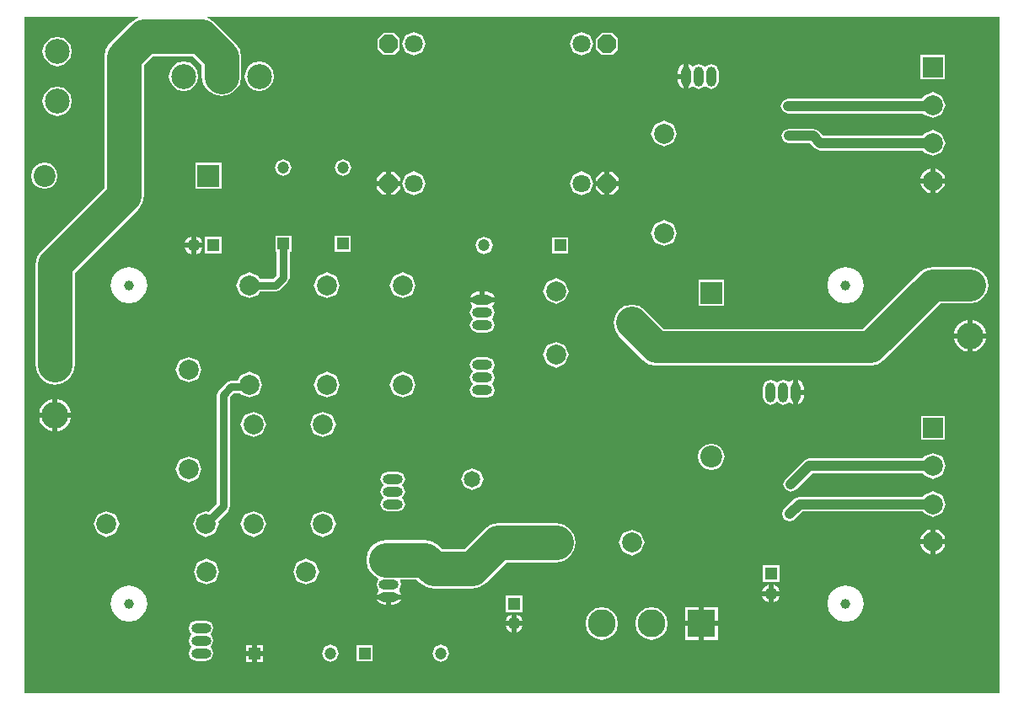
<source format=gbl>
G04*
G04 #@! TF.GenerationSoftware,Altium Limited,Altium Designer,20.0.11 (256)*
G04*
G04 Layer_Physical_Order=2*
G04 Layer_Color=16711680*
%FSLAX25Y25*%
%MOIN*%
G70*
G01*
G75*
%ADD27C,0.08661*%
%ADD28R,0.08661X0.08661*%
%ADD29R,0.08661X0.08661*%
%ADD39C,0.04724*%
%ADD40R,0.04724X0.04724*%
%ADD44R,0.04724X0.04724*%
%ADD49C,0.13780*%
%ADD50C,0.03150*%
%ADD51C,0.03937*%
%ADD52O,0.03937X0.07874*%
%ADD53O,0.03937X0.07874*%
%ADD54O,0.07874X0.03937*%
%ADD55O,0.07874X0.03937*%
%ADD56C,0.07900*%
%ADD57R,0.06496X0.06496*%
%ADD58C,0.06496*%
%ADD59C,0.07874*%
%ADD60R,0.07874X0.07874*%
%ADD61C,0.09843*%
%ADD62P,0.11506X8X292.5*%
%ADD63C,0.10630*%
%ADD64R,0.11024X0.11024*%
%ADD65C,0.11024*%
%ADD66C,0.05118*%
%ADD67R,0.05118X0.05118*%
%ADD68P,0.07671X8X202.5*%
%ADD69C,0.07087*%
%ADD70R,0.05118X0.05118*%
%ADD71C,0.03937*%
%ADD72C,0.02362*%
%ADD73C,0.12598*%
G36*
X389764Y3937D02*
X3937D01*
X3937Y271654D01*
X48985D01*
X49034Y271153D01*
X48379Y271023D01*
X45835Y269323D01*
X37763Y261252D01*
X36064Y258708D01*
X35467Y255708D01*
Y204035D01*
X10499Y179068D01*
X8800Y176524D01*
X8203Y173524D01*
Y133858D01*
X8800Y130858D01*
X10499Y128314D01*
X13043Y126615D01*
X16043Y126018D01*
X19044Y126615D01*
X21587Y128314D01*
X23287Y130858D01*
X23884Y133858D01*
Y170276D01*
X48851Y195243D01*
X50551Y197787D01*
X51148Y200787D01*
Y252460D01*
X54627Y255939D01*
X70570D01*
X74049Y252460D01*
Y248031D01*
X74646Y245031D01*
X76346Y242488D01*
X78889Y240788D01*
X81890Y240191D01*
X84890Y240788D01*
X87434Y242488D01*
X89133Y245031D01*
X89730Y248031D01*
Y255708D01*
X89730Y255708D01*
X89133Y258708D01*
X87434Y261252D01*
X79362Y269323D01*
X76818Y271023D01*
X76163Y271153D01*
X76212Y271654D01*
X389764D01*
Y3937D01*
D02*
G37*
%LPC*%
G36*
X236581Y265170D02*
X232238D01*
X230066Y262998D01*
Y258655D01*
X232238Y256484D01*
X236581D01*
X238753Y258655D01*
Y262998D01*
X236581Y265170D01*
D02*
G37*
G36*
X150164D02*
X145820D01*
X143649Y262998D01*
Y258655D01*
X145820Y256484D01*
X150164D01*
X152335Y258655D01*
Y262998D01*
X150164Y265170D01*
D02*
G37*
G36*
X224410Y265528D02*
X221085Y264151D01*
X219708Y260827D01*
X221085Y257503D01*
X224410Y256126D01*
X227734Y257503D01*
X229111Y260827D01*
X227734Y264151D01*
X224410Y265528D01*
D02*
G37*
G36*
X157992D02*
X154668Y264151D01*
X153291Y260827D01*
X154668Y257503D01*
X157992Y256126D01*
X161316Y257503D01*
X162693Y260827D01*
X161316Y264151D01*
X157992Y265528D01*
D02*
G37*
G36*
X16929Y263707D02*
X14697Y263263D01*
X12804Y261999D01*
X11540Y260106D01*
X11096Y257874D01*
X11540Y255642D01*
X12804Y253749D01*
X14697Y252485D01*
X16929Y252041D01*
X19162Y252485D01*
X21054Y253749D01*
X22319Y255642D01*
X22762Y257874D01*
X22319Y260106D01*
X21054Y261999D01*
X19162Y263263D01*
X16929Y263707D01*
D02*
G37*
G36*
X275591Y252997D02*
X273472Y252119D01*
X273341Y251802D01*
X272841D01*
X272709Y252119D01*
X270591Y252997D01*
X268472Y252119D01*
X268449Y252064D01*
X267949D01*
X267863Y252272D01*
X266591Y252799D01*
Y248031D01*
Y243264D01*
X267863Y243791D01*
X267949Y243999D01*
X268449D01*
X268472Y243944D01*
X270591Y243066D01*
X272709Y243944D01*
X272841Y244261D01*
X273341D01*
X273472Y243944D01*
X275591Y243066D01*
X277710Y243944D01*
X278587Y246063D01*
Y250000D01*
X277710Y252119D01*
X275591Y252997D01*
D02*
G37*
G36*
X264591Y252799D02*
X263319Y252272D01*
X262378Y250000D01*
Y249031D01*
X264591D01*
Y252799D01*
D02*
G37*
G36*
X367926Y256430D02*
X358452D01*
Y246956D01*
X367926D01*
Y256430D01*
D02*
G37*
G36*
X264591Y247031D02*
X262378D01*
Y246063D01*
X263319Y243791D01*
X264591Y243264D01*
Y247031D01*
D02*
G37*
G36*
X96850Y253865D02*
X94618Y253421D01*
X92726Y252156D01*
X91461Y250264D01*
X91017Y248031D01*
X91461Y245799D01*
X92726Y243907D01*
X94618Y242642D01*
X96850Y242198D01*
X99083Y242642D01*
X100975Y243907D01*
X102240Y245799D01*
X102684Y248031D01*
X102240Y250264D01*
X100975Y252156D01*
X99083Y253421D01*
X96850Y253865D01*
D02*
G37*
G36*
X66929D02*
X64697Y253421D01*
X62804Y252156D01*
X61540Y250264D01*
X61096Y248031D01*
X61540Y245799D01*
X62804Y243907D01*
X64697Y242642D01*
X66929Y242198D01*
X69161Y242642D01*
X71054Y243907D01*
X72318Y245799D01*
X72763Y248031D01*
X72318Y250264D01*
X71054Y252156D01*
X69161Y253421D01*
X66929Y253865D01*
D02*
G37*
G36*
X16929Y244022D02*
X14697Y243578D01*
X12804Y242314D01*
X11540Y240421D01*
X11096Y238189D01*
X11540Y235957D01*
X12804Y234064D01*
X14697Y232800D01*
X16929Y232356D01*
X19162Y232800D01*
X21054Y234064D01*
X22319Y235957D01*
X22762Y238189D01*
X22319Y240421D01*
X21054Y242314D01*
X19162Y243578D01*
X16929Y244022D01*
D02*
G37*
G36*
X363129Y241823D02*
X359504Y240321D01*
X359047Y239217D01*
X306102Y239217D01*
X303983Y238339D01*
X303106Y236221D01*
X303983Y234102D01*
X306102Y233224D01*
X359440Y233224D01*
X359504Y233070D01*
X363129Y231569D01*
X366755Y233070D01*
X368257Y236696D01*
X366755Y240321D01*
X363129Y241823D01*
D02*
G37*
G36*
X256890Y230521D02*
X253264Y229019D01*
X251763Y225394D01*
X253264Y221768D01*
X256890Y220266D01*
X260515Y221768D01*
X262017Y225394D01*
X260515Y229019D01*
X256890Y230521D01*
D02*
G37*
G36*
X315945Y227406D02*
X315945Y227406D01*
X306452D01*
X304333Y226528D01*
X303455Y224410D01*
X304333Y222290D01*
X306452Y221413D01*
X314704D01*
X316618Y219498D01*
X318737Y218621D01*
X318737Y218621D01*
X359243D01*
X359504Y217992D01*
X363129Y216490D01*
X366755Y217992D01*
X368257Y221617D01*
X366755Y225243D01*
X363129Y226745D01*
X359504Y225243D01*
X359243Y224614D01*
X319978D01*
X318064Y226528D01*
X315945Y227406D01*
D02*
G37*
G36*
X129921Y215285D02*
X127501Y214282D01*
X126498Y211862D01*
X127501Y209442D01*
X129921Y208439D01*
X132342Y209442D01*
X133344Y211862D01*
X132342Y214282D01*
X129921Y215285D01*
D02*
G37*
G36*
X106299D02*
X103879Y214282D01*
X102876Y211862D01*
X103879Y209442D01*
X106299Y208439D01*
X108720Y209442D01*
X109722Y211862D01*
X108720Y214282D01*
X106299Y215285D01*
D02*
G37*
G36*
X364189Y211528D02*
Y207693D01*
X368024D01*
X367840Y208619D01*
X366748Y210252D01*
X365115Y211344D01*
X364189Y211528D01*
D02*
G37*
G36*
X362189D02*
X361263Y211344D01*
X359630Y210252D01*
X358538Y208619D01*
X358354Y207693D01*
X362189D01*
Y211528D01*
D02*
G37*
G36*
X236681Y210252D02*
X235409D01*
Y206709D01*
X238953D01*
Y207980D01*
X236681Y210252D01*
D02*
G37*
G36*
X150264D02*
X148992D01*
Y206709D01*
X152535D01*
Y207980D01*
X150264Y210252D01*
D02*
G37*
G36*
X146992D02*
X145721D01*
X143449Y207980D01*
Y206709D01*
X146992D01*
Y210252D01*
D02*
G37*
G36*
X233410D02*
X232138D01*
X229866Y207980D01*
Y206709D01*
X233410D01*
Y210252D01*
D02*
G37*
G36*
X81887Y213792D02*
X71625D01*
Y203531D01*
X81887D01*
Y213792D01*
D02*
G37*
G36*
X11811Y213893D02*
X9809Y213494D01*
X8112Y212361D01*
X6978Y210663D01*
X6580Y208661D01*
X6978Y206660D01*
X8112Y204962D01*
X9809Y203828D01*
X11811Y203430D01*
X13813Y203828D01*
X15510Y204962D01*
X16644Y206660D01*
X17042Y208661D01*
X16644Y210663D01*
X15510Y212361D01*
X13813Y213494D01*
X11811Y213893D01*
D02*
G37*
G36*
X368024Y205693D02*
X364189D01*
Y201858D01*
X365115Y202042D01*
X366748Y203134D01*
X367840Y204767D01*
X368024Y205693D01*
D02*
G37*
G36*
X362189D02*
X358354D01*
X358538Y204767D01*
X359630Y203134D01*
X361263Y202042D01*
X362189Y201858D01*
Y205693D01*
D02*
G37*
G36*
X238953Y204709D02*
X235409D01*
Y201165D01*
X236681D01*
X238953Y203437D01*
Y204709D01*
D02*
G37*
G36*
X233410D02*
X229866D01*
Y203437D01*
X232138Y201165D01*
X233410D01*
Y204709D01*
D02*
G37*
G36*
X152535D02*
X148992D01*
Y201165D01*
X150264D01*
X152535Y203437D01*
Y204709D01*
D02*
G37*
G36*
X146992D02*
X143449D01*
Y203437D01*
X145721Y201165D01*
X146992D01*
Y204709D01*
D02*
G37*
G36*
X224410Y210410D02*
X221085Y209033D01*
X219708Y205709D01*
X221085Y202384D01*
X224410Y201008D01*
X227734Y202384D01*
X229111Y205709D01*
X227734Y209033D01*
X224410Y210410D01*
D02*
G37*
G36*
X157992D02*
X154668Y209033D01*
X153291Y205709D01*
X154668Y202384D01*
X157992Y201008D01*
X161316Y202384D01*
X162693Y205709D01*
X161316Y209033D01*
X157992Y210410D01*
D02*
G37*
G36*
X71866Y184540D02*
Y182102D01*
X74304D01*
X73590Y183826D01*
X71866Y184540D01*
D02*
G37*
G36*
X69866D02*
X68142Y183826D01*
X67428Y182102D01*
X69866D01*
Y184540D01*
D02*
G37*
G36*
X256890Y191151D02*
X253264Y189649D01*
X251763Y186024D01*
X253264Y182398D01*
X256890Y180896D01*
X260515Y182398D01*
X262017Y186024D01*
X260515Y189649D01*
X256890Y191151D01*
D02*
G37*
G36*
X133083Y185001D02*
X126759D01*
Y178676D01*
X133083D01*
Y185001D01*
D02*
G37*
G36*
X218961Y184265D02*
X212637D01*
Y177940D01*
X218961D01*
Y184265D01*
D02*
G37*
G36*
X82099Y184461D02*
X75381D01*
Y177743D01*
X82099D01*
Y184461D01*
D02*
G37*
G36*
X185776Y184525D02*
X183355Y183523D01*
X182353Y181102D01*
X183355Y178682D01*
X185776Y177680D01*
X188196Y178682D01*
X189198Y181102D01*
X188196Y183523D01*
X185776Y184525D01*
D02*
G37*
G36*
X74304Y180102D02*
X71866D01*
Y177664D01*
X73590Y178378D01*
X74304Y180102D01*
D02*
G37*
G36*
X69866D02*
X67428D01*
X68142Y178378D01*
X69866Y177664D01*
Y180102D01*
D02*
G37*
G36*
X109461Y185001D02*
X103137D01*
Y178676D01*
X103729D01*
Y169372D01*
X102282Y167925D01*
X96946D01*
X96509Y168980D01*
X92883Y170482D01*
X89258Y168980D01*
X87756Y165354D01*
X89258Y161729D01*
X92883Y160227D01*
X96509Y161729D01*
X96946Y162784D01*
X103346D01*
X105164Y163537D01*
X108117Y166490D01*
X108870Y168307D01*
Y178676D01*
X109461D01*
Y185001D01*
D02*
G37*
G36*
X187008Y162819D02*
X186039D01*
Y160606D01*
X189807D01*
X189280Y161878D01*
X187008Y162819D01*
D02*
G37*
G36*
X184039D02*
X183071D01*
X180799Y161878D01*
X180272Y160606D01*
X184039D01*
Y162819D01*
D02*
G37*
G36*
X123581Y170482D02*
X119955Y168980D01*
X118453Y165354D01*
X119955Y161729D01*
X123581Y160227D01*
X127206Y161729D01*
X128708Y165354D01*
X127206Y168980D01*
X123581Y170482D01*
D02*
G37*
G36*
X153543Y170482D02*
X149918Y168980D01*
X148416Y165354D01*
X149918Y161729D01*
X153543Y160227D01*
X157169Y161729D01*
X158671Y165354D01*
X157169Y168980D01*
X153543Y170482D01*
D02*
G37*
G36*
X328740Y172593D02*
X325970Y172042D01*
X323622Y170473D01*
X322053Y168124D01*
X321502Y165354D01*
X322053Y162584D01*
X323622Y160236D01*
X325970Y158667D01*
X328740Y158116D01*
X331510Y158667D01*
X333858Y160236D01*
X335427Y162584D01*
X335979Y165354D01*
X335427Y168124D01*
X333858Y170473D01*
X331510Y172042D01*
X328740Y172593D01*
D02*
G37*
G36*
X45276D02*
X42506Y172042D01*
X40157Y170473D01*
X38588Y168124D01*
X38037Y165354D01*
X38588Y162584D01*
X40157Y160236D01*
X42506Y158667D01*
X45276Y158116D01*
X48046Y158667D01*
X50394Y160236D01*
X51963Y162584D01*
X52514Y165354D01*
X51963Y168124D01*
X50394Y170473D01*
X48046Y172042D01*
X45276Y172593D01*
D02*
G37*
G36*
X214148Y168197D02*
X210512Y166692D01*
X209006Y163056D01*
X210512Y159421D01*
X214148Y157915D01*
X217783Y159421D01*
X219289Y163056D01*
X217783Y166692D01*
X214148Y168197D01*
D02*
G37*
G36*
X280720Y167509D02*
X270458D01*
Y157248D01*
X280720D01*
Y167509D01*
D02*
G37*
G36*
X377953Y172593D02*
X363189D01*
X360419Y172042D01*
X358071Y170473D01*
X335584Y147986D01*
X256855D01*
X249266Y155576D01*
X246918Y157145D01*
X244148Y157696D01*
X241378Y157145D01*
X239029Y155576D01*
X237460Y153228D01*
X236909Y150458D01*
X237460Y147688D01*
X239029Y145339D01*
X248739Y135630D01*
X251087Y134061D01*
X253857Y133510D01*
X338583D01*
X341353Y134061D01*
X343701Y135630D01*
X366187Y158116D01*
X377953D01*
X380723Y158667D01*
X383071Y160236D01*
X384640Y162584D01*
X385191Y165354D01*
X384640Y168124D01*
X383071Y170473D01*
X380723Y172042D01*
X377953Y172593D01*
D02*
G37*
G36*
X189807Y158606D02*
X185039D01*
X180272D01*
X180799Y157334D01*
X181007Y157248D01*
Y156748D01*
X180952Y156725D01*
X180074Y154606D01*
X180952Y152487D01*
X181268Y152356D01*
Y151856D01*
X180952Y151725D01*
X180074Y149606D01*
X180952Y147487D01*
X183071Y146610D01*
X187008D01*
X189127Y147487D01*
X190005Y149606D01*
X189127Y151725D01*
X188810Y151856D01*
Y152356D01*
X189127Y152487D01*
X190005Y154606D01*
X189127Y156725D01*
X189072Y156748D01*
Y157248D01*
X189280Y157334D01*
X189807Y158606D01*
D02*
G37*
G36*
X378953Y151594D02*
Y146354D01*
X384192D01*
X383901Y147818D01*
X382506Y149907D01*
X380417Y151303D01*
X378953Y151594D01*
D02*
G37*
G36*
X376953D02*
X375489Y151303D01*
X373400Y149907D01*
X372004Y147818D01*
X371713Y146354D01*
X376953D01*
Y151594D01*
D02*
G37*
G36*
X384192Y144354D02*
X378953D01*
Y139115D01*
X380417Y139406D01*
X382506Y140802D01*
X383901Y142890D01*
X384192Y144354D01*
D02*
G37*
G36*
X376953D02*
X371713D01*
X372004Y142890D01*
X373400Y140802D01*
X375489Y139406D01*
X376953Y139115D01*
Y144354D01*
D02*
G37*
G36*
X214148Y143001D02*
X210512Y141495D01*
X209006Y137859D01*
X210512Y134224D01*
X214148Y132718D01*
X217783Y134224D01*
X219289Y137859D01*
X217783Y141495D01*
X214148Y143001D01*
D02*
G37*
G36*
X304055Y127997D02*
X301936Y127119D01*
X301805Y126803D01*
X301305D01*
X301174Y127119D01*
X299055Y127997D01*
X296936Y127119D01*
X296059Y125000D01*
Y121063D01*
X296936Y118944D01*
X299055Y118066D01*
X301174Y118944D01*
X301305Y119261D01*
X301805D01*
X301936Y118944D01*
X304055Y118066D01*
X306174Y118944D01*
X306197Y118999D01*
X306697D01*
X306783Y118791D01*
X308055Y118264D01*
Y123031D01*
Y127799D01*
X306783Y127272D01*
X306697Y127064D01*
X306197D01*
X306174Y127119D01*
X304055Y127997D01*
D02*
G37*
G36*
X68898Y137017D02*
X65272Y135515D01*
X63770Y131890D01*
X65272Y128264D01*
X68898Y126762D01*
X72523Y128264D01*
X74025Y131890D01*
X72523Y135515D01*
X68898Y137017D01*
D02*
G37*
G36*
X310055Y127799D02*
Y124031D01*
X312268D01*
Y125000D01*
X311327Y127272D01*
X310055Y127799D01*
D02*
G37*
G36*
X187008Y136855D02*
X183071D01*
X180952Y135977D01*
X180074Y133858D01*
X180952Y131739D01*
X181268Y131608D01*
Y131108D01*
X180952Y130977D01*
X180074Y128858D01*
X180952Y126739D01*
X181268Y126608D01*
Y126108D01*
X180952Y125977D01*
X180074Y123858D01*
X180952Y121739D01*
X183071Y120862D01*
X187008D01*
X189127Y121739D01*
X190005Y123858D01*
X189127Y125977D01*
X188810Y126108D01*
Y126608D01*
X189127Y126739D01*
X190005Y128858D01*
X189127Y130977D01*
X188810Y131108D01*
Y131608D01*
X189127Y131739D01*
X190005Y133858D01*
X189127Y135977D01*
X187008Y136855D01*
D02*
G37*
G36*
X123581Y131112D02*
X119955Y129610D01*
X118453Y125984D01*
X119955Y122359D01*
X123581Y120857D01*
X127206Y122359D01*
X128708Y125984D01*
X127206Y129610D01*
X123581Y131112D01*
D02*
G37*
G36*
X153543Y131112D02*
X149918Y129610D01*
X148416Y125984D01*
X149918Y122359D01*
X153543Y120857D01*
X157169Y122359D01*
X158671Y125984D01*
X157169Y129610D01*
X153543Y131112D01*
D02*
G37*
G36*
X92883Y131112D02*
X89258Y129610D01*
X88446Y127651D01*
X85710D01*
X83893Y126898D01*
X80860Y123865D01*
X80107Y122047D01*
Y78821D01*
X76842Y75556D01*
X75787Y75993D01*
X72162Y74492D01*
X70660Y70866D01*
X72162Y67241D01*
X75787Y65739D01*
X79413Y67241D01*
X80915Y70866D01*
X80478Y71921D01*
X84495Y75938D01*
X85248Y77756D01*
Y120983D01*
X86775Y122510D01*
X89195D01*
X89258Y122359D01*
X92883Y120857D01*
X96509Y122359D01*
X98011Y125984D01*
X96509Y129610D01*
X92883Y131112D01*
D02*
G37*
G36*
X312268Y122031D02*
X310055D01*
Y118264D01*
X311327Y118791D01*
X312268Y121063D01*
Y122031D01*
D02*
G37*
G36*
X17043Y120098D02*
Y114858D01*
X22283D01*
X21992Y116322D01*
X20596Y118411D01*
X18507Y119807D01*
X17043Y120098D01*
D02*
G37*
G36*
X15043D02*
X13579Y119807D01*
X11490Y118411D01*
X10095Y116322D01*
X9804Y114858D01*
X15043D01*
Y120098D01*
D02*
G37*
G36*
X22283Y112858D02*
X17043D01*
Y107618D01*
X18507Y107910D01*
X20596Y109305D01*
X21992Y111394D01*
X22283Y112858D01*
D02*
G37*
G36*
X15043D02*
X9804D01*
X10095Y111394D01*
X11490Y109305D01*
X13579Y107910D01*
X15043Y107618D01*
Y112858D01*
D02*
G37*
G36*
X122047Y115364D02*
X118422Y113862D01*
X116920Y110236D01*
X118422Y106611D01*
X122047Y105109D01*
X125673Y106611D01*
X127174Y110236D01*
X125673Y113862D01*
X122047Y115364D01*
D02*
G37*
G36*
X94488D02*
X90863Y113862D01*
X89361Y110236D01*
X90863Y106611D01*
X94488Y105109D01*
X98114Y106611D01*
X99616Y110236D01*
X98114Y113862D01*
X94488Y115364D01*
D02*
G37*
G36*
X367986Y113553D02*
X358511D01*
Y104079D01*
X367986D01*
Y113553D01*
D02*
G37*
G36*
X363189Y98946D02*
X359563Y97444D01*
X359303Y96816D01*
X314291D01*
X314291Y96816D01*
X312172Y95938D01*
X312172Y95938D01*
X304968Y88733D01*
X304090Y86614D01*
X304968Y84495D01*
X307087Y83618D01*
X309206Y84495D01*
X315533Y90822D01*
X359303D01*
X359563Y90193D01*
X363189Y88692D01*
X366814Y90193D01*
X368316Y93819D01*
X366814Y97444D01*
X363189Y98946D01*
D02*
G37*
G36*
X275589Y102665D02*
X273587Y102267D01*
X271890Y101133D01*
X270756Y99436D01*
X270358Y97434D01*
X270756Y95432D01*
X271890Y93735D01*
X273587Y92601D01*
X275589Y92203D01*
X277591Y92601D01*
X279288Y93735D01*
X280422Y95432D01*
X280820Y97434D01*
X280422Y99436D01*
X279288Y101133D01*
X277591Y102267D01*
X275589Y102665D01*
D02*
G37*
G36*
X68898Y97647D02*
X65272Y96145D01*
X63770Y92520D01*
X65272Y88894D01*
X68898Y87392D01*
X72523Y88894D01*
X74025Y92520D01*
X72523Y96145D01*
X68898Y97647D01*
D02*
G37*
G36*
X181102Y92964D02*
X178004Y91681D01*
X176721Y88583D01*
X178004Y85484D01*
X181102Y84201D01*
X184201Y85484D01*
X185484Y88583D01*
X184201Y91681D01*
X181102Y92964D01*
D02*
G37*
G36*
X151575Y91737D02*
X147638D01*
X145519Y90859D01*
X144641Y88740D01*
X145519Y86621D01*
X145835Y86490D01*
Y85990D01*
X145519Y85859D01*
X144641Y83740D01*
X145519Y81621D01*
X145835Y81490D01*
Y80990D01*
X145519Y80859D01*
X144641Y78740D01*
X145519Y76621D01*
X147638Y75744D01*
X151575D01*
X153694Y76621D01*
X154571Y78740D01*
X153694Y80859D01*
X153377Y80990D01*
Y81490D01*
X153694Y81621D01*
X154571Y83740D01*
X153694Y85859D01*
X153377Y85990D01*
Y86490D01*
X153694Y86621D01*
X154571Y88740D01*
X153694Y90859D01*
X151575Y91737D01*
D02*
G37*
G36*
X363189Y83868D02*
X359563Y82366D01*
X359303Y81737D01*
X310485D01*
X308366Y80859D01*
X308366Y80859D01*
X304429Y76922D01*
X303552Y74803D01*
X304429Y72684D01*
X306548Y71807D01*
X308667Y72684D01*
X311726Y75744D01*
X359303D01*
X359563Y75115D01*
X363189Y73613D01*
X366814Y75115D01*
X368316Y78740D01*
X366814Y82366D01*
X363189Y83868D01*
D02*
G37*
G36*
X122047Y75993D02*
X118422Y74492D01*
X116920Y70866D01*
X118422Y67241D01*
X122047Y65739D01*
X125673Y67241D01*
X127174Y70866D01*
X125673Y74492D01*
X122047Y75993D01*
D02*
G37*
G36*
X94488D02*
X90863Y74492D01*
X89361Y70866D01*
X90863Y67241D01*
X94488Y65739D01*
X98114Y67241D01*
X99616Y70866D01*
X98114Y74492D01*
X94488Y75993D01*
D02*
G37*
G36*
X36417D02*
X32792Y74492D01*
X31290Y70866D01*
X32792Y67241D01*
X36417Y65739D01*
X40043Y67241D01*
X41545Y70866D01*
X40043Y74492D01*
X36417Y75993D01*
D02*
G37*
G36*
X364248Y68651D02*
Y64816D01*
X368083D01*
X367899Y65742D01*
X366808Y67375D01*
X365175Y68466D01*
X364248Y68651D01*
D02*
G37*
G36*
X362248D02*
X361322Y68466D01*
X359689Y67375D01*
X358598Y65742D01*
X358414Y64816D01*
X362248D01*
Y68651D01*
D02*
G37*
G36*
X191402Y71290D02*
X188402Y70693D01*
X185859Y68994D01*
X185859Y68994D01*
X177855Y60990D01*
X169062D01*
X167802Y62249D01*
X165258Y63949D01*
X162258Y64546D01*
X146970D01*
X143969Y63949D01*
X141426Y62249D01*
X139726Y59706D01*
X139129Y56705D01*
X139726Y53705D01*
X141426Y51161D01*
X143786Y49584D01*
X143957Y49280D01*
X143935Y48959D01*
X143144Y47047D01*
X144021Y44928D01*
X144076Y44905D01*
Y44405D01*
X143868Y44319D01*
X143341Y43047D01*
X152876D01*
X152349Y44319D01*
X152141Y44405D01*
Y44905D01*
X152196Y44928D01*
X153074Y47047D01*
X152493Y48449D01*
X152771Y48865D01*
X159010D01*
X160270Y47606D01*
X162814Y45906D01*
X165814Y45309D01*
X181102D01*
X184103Y45906D01*
X186646Y47606D01*
X194650Y55609D01*
X214148D01*
X217148Y56206D01*
X219692Y57906D01*
X221391Y60449D01*
X221988Y63450D01*
X221391Y66450D01*
X219692Y68994D01*
X217148Y70693D01*
X214148Y71290D01*
X191403D01*
X191402Y71290D01*
D02*
G37*
G36*
X368083Y62816D02*
X364248D01*
Y58981D01*
X365175Y59165D01*
X366808Y60256D01*
X367899Y61889D01*
X368083Y62816D01*
D02*
G37*
G36*
X362248D02*
X358414D01*
X358598Y61889D01*
X359689Y60256D01*
X361322Y59165D01*
X362248Y58981D01*
Y62816D01*
D02*
G37*
G36*
X244148Y68591D02*
X240512Y67085D01*
X239006Y63450D01*
X240512Y59814D01*
X244148Y58308D01*
X247783Y59814D01*
X249289Y63450D01*
X247783Y67085D01*
X244148Y68591D01*
D02*
G37*
G36*
X302572Y54540D02*
X295853D01*
Y47822D01*
X302572D01*
Y54540D01*
D02*
G37*
G36*
X115354Y57096D02*
X111729Y55594D01*
X110227Y51968D01*
X111729Y48343D01*
X115354Y46841D01*
X118980Y48343D01*
X120482Y51968D01*
X118980Y55594D01*
X115354Y57096D01*
D02*
G37*
G36*
X75984D02*
X72359Y55594D01*
X70857Y51968D01*
X72359Y48343D01*
X75984Y46841D01*
X79610Y48343D01*
X81112Y51968D01*
X79610Y55594D01*
X75984Y57096D01*
D02*
G37*
G36*
X300213Y46745D02*
Y44307D01*
X302651D01*
X301937Y46031D01*
X300213Y46745D01*
D02*
G37*
G36*
X298213D02*
X296489Y46031D01*
X295775Y44307D01*
X298213D01*
Y46745D01*
D02*
G37*
G36*
X302651Y42307D02*
X300213D01*
Y39869D01*
X301937Y40583D01*
X302651Y42307D01*
D02*
G37*
G36*
X298213D02*
X295775D01*
X296489Y40583D01*
X298213Y39869D01*
Y42307D01*
D02*
G37*
G36*
X152876Y41047D02*
X149109D01*
Y38834D01*
X150077D01*
X152349Y39775D01*
X152876Y41047D01*
D02*
G37*
G36*
X147109D02*
X143341D01*
X143868Y39775D01*
X146140Y38834D01*
X147109D01*
Y41047D01*
D02*
G37*
G36*
X200935Y42729D02*
X194217D01*
Y36011D01*
X200935D01*
Y42729D01*
D02*
G37*
G36*
X198576Y34934D02*
Y32496D01*
X201014D01*
X200300Y34220D01*
X198576Y34934D01*
D02*
G37*
G36*
X196576Y34934D02*
X194852Y34220D01*
X194138Y32496D01*
X196576D01*
Y34934D01*
D02*
G37*
G36*
X278165Y38008D02*
X272654D01*
Y32496D01*
X278165D01*
Y38008D01*
D02*
G37*
G36*
X270654D02*
X265142D01*
Y32496D01*
X270654D01*
Y38008D01*
D02*
G37*
G36*
X328740Y46608D02*
X325970Y46057D01*
X323622Y44488D01*
X322053Y42140D01*
X321502Y39370D01*
X322053Y36600D01*
X323622Y34252D01*
X325970Y32683D01*
X328740Y32132D01*
X331510Y32683D01*
X333858Y34252D01*
X335427Y36600D01*
X335979Y39370D01*
X335427Y42140D01*
X333858Y44488D01*
X331510Y46057D01*
X328740Y46608D01*
D02*
G37*
G36*
X45276D02*
X42506Y46057D01*
X40157Y44488D01*
X38588Y42140D01*
X38037Y39370D01*
X38588Y36600D01*
X40157Y34252D01*
X42506Y32683D01*
X45276Y32132D01*
X48046Y32683D01*
X50394Y34252D01*
X51963Y36600D01*
X52514Y39370D01*
X51963Y42140D01*
X50394Y44488D01*
X48046Y46057D01*
X45276Y46608D01*
D02*
G37*
G36*
X201014Y30496D02*
X198576D01*
Y28058D01*
X200300Y28772D01*
X201014Y30496D01*
D02*
G37*
G36*
X196576D02*
X194138D01*
X194852Y28772D01*
X196576Y28058D01*
Y30496D01*
D02*
G37*
G36*
X251969Y37931D02*
X249506Y37442D01*
X247418Y36047D01*
X246023Y33959D01*
X245533Y31496D01*
X246023Y29033D01*
X247418Y26945D01*
X249506Y25550D01*
X251969Y25061D01*
X254431Y25550D01*
X256519Y26945D01*
X257914Y29033D01*
X258404Y31496D01*
X257914Y33959D01*
X256519Y36047D01*
X254431Y37442D01*
X251969Y37931D01*
D02*
G37*
G36*
X232283D02*
X229821Y37442D01*
X227733Y36047D01*
X226338Y33959D01*
X225848Y31496D01*
X226338Y29033D01*
X227733Y26945D01*
X229821Y25550D01*
X232283Y25061D01*
X234746Y25550D01*
X236834Y26945D01*
X238229Y29033D01*
X238719Y31496D01*
X238229Y33959D01*
X236834Y36047D01*
X234746Y37442D01*
X232283Y37931D01*
D02*
G37*
G36*
X278165Y30496D02*
X272654D01*
Y24984D01*
X278165D01*
Y30496D01*
D02*
G37*
G36*
X270654D02*
X265142D01*
Y24984D01*
X270654D01*
Y30496D01*
D02*
G37*
G36*
X98339Y23047D02*
X95976D01*
Y20685D01*
X98339D01*
Y23047D01*
D02*
G37*
G36*
X93976D02*
X91614D01*
Y20685D01*
X93976D01*
Y23047D01*
D02*
G37*
G36*
X75787Y32682D02*
X71850D01*
X69731Y31804D01*
X68854Y29685D01*
X69731Y27566D01*
X70048Y27435D01*
Y26935D01*
X69731Y26804D01*
X68854Y24685D01*
X69731Y22566D01*
X70048Y22435D01*
Y21935D01*
X69731Y21804D01*
X68854Y19685D01*
X69731Y17566D01*
X71850Y16688D01*
X75787D01*
X77906Y17566D01*
X78784Y19685D01*
X77906Y21804D01*
X77590Y21935D01*
Y22435D01*
X77906Y22566D01*
X78784Y24685D01*
X77906Y26804D01*
X77590Y26935D01*
Y27435D01*
X77906Y27566D01*
X78784Y29685D01*
X77906Y31804D01*
X75787Y32682D01*
D02*
G37*
G36*
X141694Y22847D02*
X135369D01*
Y16523D01*
X141694D01*
Y22847D01*
D02*
G37*
G36*
X98339Y18685D02*
X95976D01*
Y16323D01*
X98339D01*
Y18685D01*
D02*
G37*
G36*
X93976D02*
X91614D01*
Y16323D01*
X93976D01*
Y18685D01*
D02*
G37*
G36*
X168555Y23108D02*
X166135Y22105D01*
X165132Y19685D01*
X166135Y17265D01*
X168555Y16262D01*
X170975Y17265D01*
X171978Y19685D01*
X170975Y22105D01*
X168555Y23108D01*
D02*
G37*
G36*
X125000D02*
X122580Y22105D01*
X121577Y19685D01*
X122580Y17265D01*
X125000Y16262D01*
X127420Y17265D01*
X128423Y19685D01*
X127420Y22105D01*
X125000Y23108D01*
D02*
G37*
%LPD*%
D27*
X11811Y208661D02*
D03*
X275589Y97434D02*
D03*
D28*
X76756Y208661D02*
D03*
D29*
X275589Y162379D02*
D03*
D39*
X185776Y181102D02*
D03*
X168555Y19685D02*
D03*
X125000D02*
D03*
X106299Y211862D02*
D03*
X129921D02*
D03*
D40*
X215799Y181102D02*
D03*
X138531Y19685D02*
D03*
X94976D02*
D03*
D44*
X106299Y181839D02*
D03*
X129921D02*
D03*
D49*
X165814Y53150D02*
X181102D01*
X191402Y63450D02*
X214148D01*
X181102Y53150D02*
X191402Y63450D01*
X162258Y56705D02*
X165814Y53150D01*
X146970Y56705D02*
X162258D01*
X16043Y133858D02*
Y173524D01*
X43307Y200787D01*
Y255708D01*
X51379Y263779D02*
X73818D01*
X43307Y255708D02*
X51379Y263779D01*
X73818D02*
X81890Y255708D01*
Y248031D02*
Y255708D01*
D50*
X91980Y125080D02*
X92883Y125984D01*
X85710Y125080D02*
X91980D01*
X82677Y122047D02*
X85710Y125080D01*
X82677Y77756D02*
Y122047D01*
X75787Y70866D02*
X82677Y77756D01*
X106299Y168307D02*
Y181839D01*
X103346Y165354D02*
X106299Y168307D01*
X92883Y165354D02*
X103346D01*
D51*
X318737Y221617D02*
X363129D01*
X315945Y224410D02*
X318737Y221617D01*
X306102Y236221D02*
X362654Y236221D01*
X363129Y236696D01*
X306452Y224410D02*
X315945D01*
X310485Y78740D02*
X363189D01*
X306548Y74803D02*
X310485Y78740D01*
X314291Y93819D02*
X363189D01*
X307087Y86614D02*
X314291Y93819D01*
D52*
X309055Y123031D02*
D03*
X265591Y248031D02*
D03*
D53*
X304055Y123031D02*
D03*
X299055D02*
D03*
X275591Y248031D02*
D03*
X270591D02*
D03*
D54*
X185039Y133858D02*
D03*
Y159606D02*
D03*
X73819Y19685D02*
D03*
X149606Y88740D02*
D03*
X148109Y42047D02*
D03*
D55*
X185039Y128858D02*
D03*
Y123858D02*
D03*
Y149606D02*
D03*
Y154606D02*
D03*
X73819Y24685D02*
D03*
Y29685D02*
D03*
X149606Y78740D02*
D03*
Y83740D02*
D03*
X148109Y47047D02*
D03*
Y52047D02*
D03*
D56*
X214148Y63450D02*
D03*
Y137859D02*
D03*
Y163056D02*
D03*
X244148Y150458D02*
D03*
Y63450D02*
D03*
D57*
X181102Y53150D02*
D03*
D58*
Y88583D02*
D03*
D59*
X363129Y221617D02*
D03*
Y236696D02*
D03*
X363189Y206693D02*
D03*
X363248Y63816D02*
D03*
X363189Y93819D02*
D03*
Y78740D02*
D03*
X256890Y186024D02*
D03*
Y225394D02*
D03*
X122047Y70866D02*
D03*
Y110236D02*
D03*
X75984Y51968D02*
D03*
X115354D02*
D03*
X36417Y70866D02*
D03*
X75787D02*
D03*
X92883Y125984D02*
D03*
Y165354D02*
D03*
X153543Y125984D02*
D03*
Y165354D02*
D03*
X94488Y70866D02*
D03*
Y110236D02*
D03*
X68898Y92520D02*
D03*
Y131890D02*
D03*
X123581Y125984D02*
D03*
Y165354D02*
D03*
D60*
X363189Y251693D02*
D03*
X363248Y108816D02*
D03*
D61*
X66929Y248031D02*
D03*
X16929Y257874D02*
D03*
Y238189D02*
D03*
X81890Y248031D02*
D03*
X96850D02*
D03*
D62*
X377953Y165354D02*
D03*
X16043Y133858D02*
D03*
D63*
X377953Y145354D02*
D03*
X16043Y113858D02*
D03*
D64*
X271654Y31496D02*
D03*
D65*
X251969D02*
D03*
X232283D02*
D03*
D66*
X197576Y31496D02*
D03*
X299213Y43307D02*
D03*
X70866Y181102D02*
D03*
D67*
X197576Y39370D02*
D03*
X299213Y51181D02*
D03*
D68*
X234409Y260827D02*
D03*
X147992D02*
D03*
X234409Y205709D02*
D03*
X147992D02*
D03*
D69*
X224410Y260827D02*
D03*
X157992D02*
D03*
X224410Y205709D02*
D03*
X157992D02*
D03*
D70*
X78740Y181102D02*
D03*
D71*
X328740Y165354D02*
D03*
X45276D02*
D03*
X328740Y39370D02*
D03*
X45276D02*
D03*
D72*
X306548Y74803D02*
D03*
X154553Y32975D02*
D03*
X148109Y32480D02*
D03*
X157262Y37303D02*
D03*
X141416Y32874D02*
D03*
X138955Y37205D02*
D03*
X306102Y236221D02*
D03*
X314676Y185324D02*
D03*
X306452Y224410D02*
D03*
X307087Y86614D02*
D03*
D73*
X363189Y165354D02*
X377953D01*
X253857Y140748D02*
X338583D01*
X363189Y165354D01*
X244148Y150458D02*
X253857Y140748D01*
M02*

</source>
